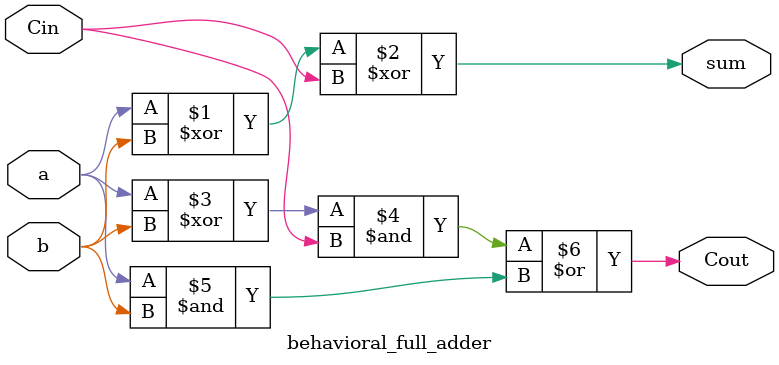
<source format=sv>
`timescale 1ns / 1ps


module behavioral_full_adder( input logic a, b, Cin, output logic sum, Cout);
    assign sum = (a ^ b) ^ Cin;
    assign Cout = ( ( a ^ b) & Cin) | ( a & b);
endmodule


</source>
